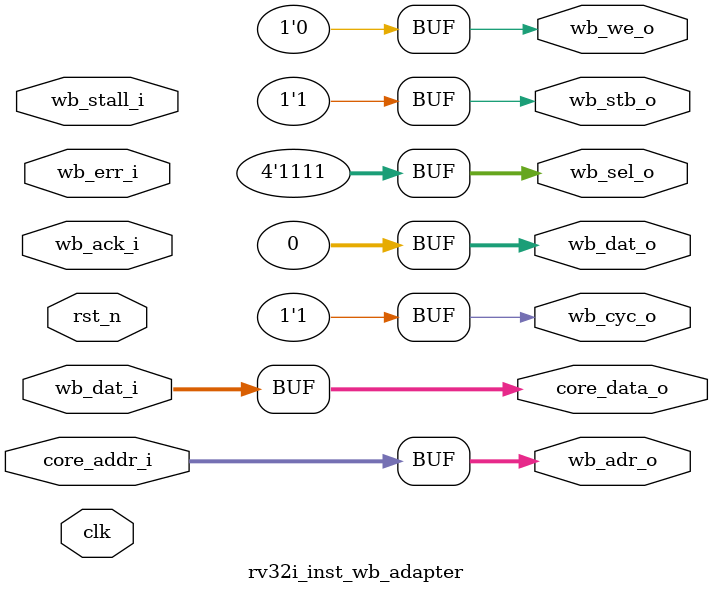
<source format=sv>

`timescale 1ns/1ns

module rv32i_inst_wb_adapter (
    input logic clk,
    input logic rst_n,
    
    // Core side interface
    input  logic [31:0] core_addr_i,
    output logic [31:0] core_data_o,
    
    // Wishbone master interface
    output logic        wb_cyc_o,
    output logic        wb_stb_o,
    output logic        wb_we_o,
    output logic [31:0] wb_adr_o,
    output logic [31:0] wb_dat_o,
    output logic [3:0]  wb_sel_o,
    input  logic        wb_stall_i,
    input  logic        wb_ack_i,
    input  logic [31:0] wb_dat_i,
    input  logic        wb_err_i
);

    localparam D = 1; // Delay for simulation purposes

    // For instruction memory, we need fast access to not stall the pipeline
    // We'll implement a simple approach where we always have a pending request
    // and provide the most recent data
    
    logic [31:0] current_addr;
    logic [31:0] instruction_data;
    logic data_valid;
    logic addr_changed;
    
    // Track address changes
    always_ff @(posedge clk or negedge rst_n) begin
        if (!rst_n) begin
            current_addr <= #D 32'h0;
            addr_changed <= #D 1'b0;
        end else begin
            current_addr <= #D core_addr_i;
            addr_changed <= #D (core_addr_i != current_addr);
        end
    end
    
    // Data storage and validity
    always_ff @(posedge clk or negedge rst_n) begin
        if (!rst_n) begin
            instruction_data <= #D 32'h0;
            data_valid <= #D 1'b0;
        end else if (wb_ack_i) begin
            instruction_data <= #D wb_dat_i;
            data_valid <= #D 1'b1;
        end else if (addr_changed) begin
            data_valid <= #D 1'b0;  // Invalidate on address change
        end
    end
    
    // Wishbone interface - always try to fetch when address changes or data is invalid
    assign wb_cyc_o = 1'b1;
    assign wb_stb_o = 1'b1;
    assign wb_we_o  = 1'b0;  // Read only for instruction fetch
    assign wb_adr_o = core_addr_i;
    assign wb_dat_o = 32'h0; // No data output for reads
    assign wb_sel_o = 4'hf;  // Full word access
    
    // Output the instruction data immediately if valid, otherwise provide NOP
    assign core_data_o = wb_dat_i;  // NOP (addi x0, x0, 0)

endmodule

</source>
